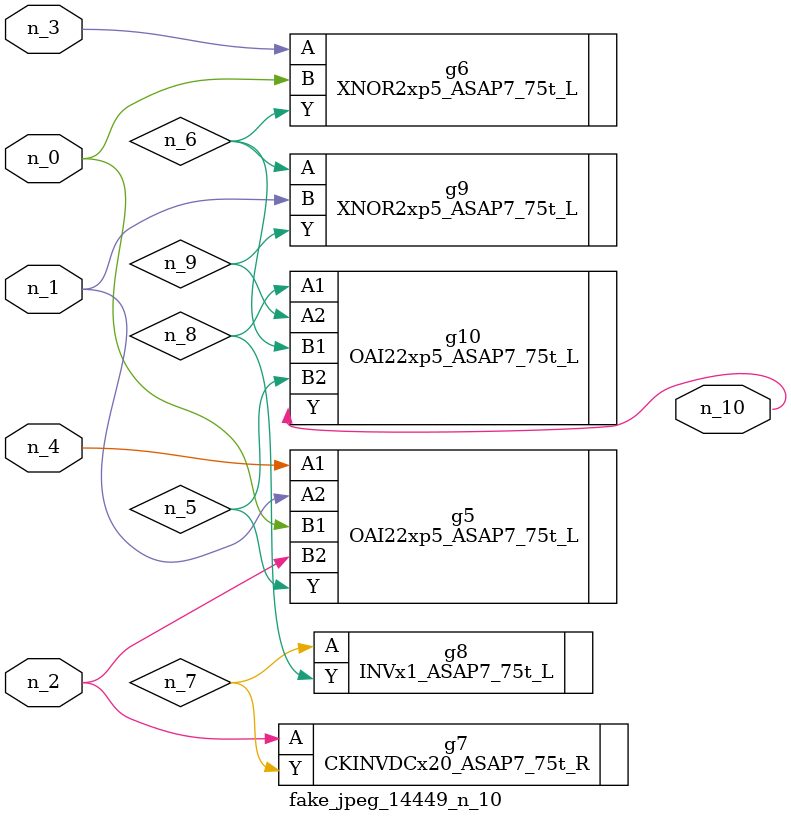
<source format=v>
module fake_jpeg_14449_n_10 (n_3, n_2, n_1, n_0, n_4, n_10);

input n_3;
input n_2;
input n_1;
input n_0;
input n_4;

output n_10;

wire n_8;
wire n_9;
wire n_6;
wire n_5;
wire n_7;

OAI22xp5_ASAP7_75t_L g5 ( 
.A1(n_4),
.A2(n_1),
.B1(n_0),
.B2(n_2),
.Y(n_5)
);

XNOR2xp5_ASAP7_75t_L g6 ( 
.A(n_3),
.B(n_0),
.Y(n_6)
);

CKINVDCx20_ASAP7_75t_R g7 ( 
.A(n_2),
.Y(n_7)
);

INVx1_ASAP7_75t_L g8 ( 
.A(n_7),
.Y(n_8)
);

OAI22xp5_ASAP7_75t_L g10 ( 
.A1(n_8),
.A2(n_9),
.B1(n_6),
.B2(n_5),
.Y(n_10)
);

XNOR2xp5_ASAP7_75t_L g9 ( 
.A(n_6),
.B(n_1),
.Y(n_9)
);


endmodule
</source>
